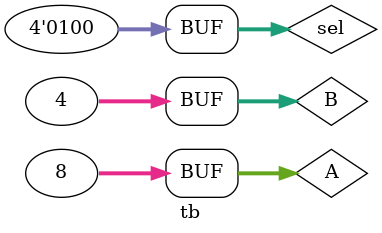
<source format=v>
module tb;
    
    // input declarations
    reg [31:0] A;
    reg [31:0] B;
    reg [3:0] sel;

	// output declarations    
    wire [31:0] out;
    wire Z;
    wire N;
   
	// instantiate device under test 
    alu DUT(A, B, sel, N, Z, out);
    
    initial
        begin

 		 $dumpfile("alu.vcd");
      	      $dumpvars(0, tb);
     
        sel = 0; A = 8; B = 4; // add
        #50
        sel = 1; A = 8; B = 4; // increment
        #50
        sel = 2; A = 8; B = 4; // negate and negate flag
        #50
        sel = 3; A = 8; B = 8; // subtract and zero flag
        #50
        sel = 4; A = 8; B = 4; // pass A value
         
        end 

endmodule

</source>
